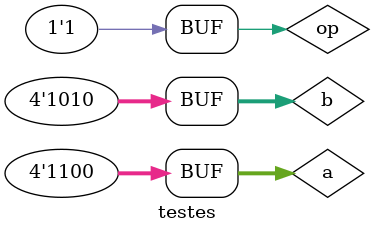
<source format=v>

module halfadder(s, c, a, b);
	input  a, b;//variaveis
	output s, c;//s = saida, c = cout
	
	xor XOR1 (s, a, b);
	and AND1 (c, a, b);
	
endmodule 

//soma-completa
module fulladder (s,cout,cin,a,b);
	input  cin, a, b;
	output s, cout;
	
	wire s10,s11,s21;
	
	halfadder HALF1 (s10,s11,a,b);
	halfadder HALF2 (s,s21,cin,s10);
	or 		 OR1   (cout,s11,s21);
	
endmodule

//compara se é igual
module equalcomp (s,op,a,b);
	input  	   op;
	input[3:0] a, b;
	
	output     s;
	
	wire x1,x2,x3,x4,
		 o1,
		 a1,a2,
		 n1,n2;
	
	xor (x1,a[0],b[0]);
	xor (x2,a[1],b[1]);
	xor (x3,a[2],b[2]);
	xor (x4,a[3],b[3]);
	
	or  (o1,x1,x2,x3,x4);
	
	not (n1,o1);
	not (n2,op);
	
	and (a1,n1,op);
	and (a2,n2,o1);
	
	or  (s,a1,a2);
endmodule

//ex01
module ex01 ( s, c, a, b, op );
	output c;
	input  op;
	
	output[4:0] s;
	input[3:0]  a, b;
	
	wire cout1,cout2,cout3,cout4;
	
	halfadder HALF1 (s[0],cout1,a[0],b[0]);
	fulladder FULL1 (s[1],cout2,cout1,a[1],b[1]);
	fulladder FULL2 (s[2],cout3,cout2,a[2],b[2]);
	fulladder FULL3 (s[3],s[4],cout3,a[2],b[2]);
	
	equalcomp EQUALCOMP (c,op,a,b);
	
endmodule

//Exercício 02
//meia-subtração normal
module halfsub (s, bout, a, b);
	input  a, b;
	output s, bout;
	
	wire s0, na;
	
	xor XOR1 (   s, a, b);
	not NOT1 (  na, a);
	and AND1 (bout,na, b);
	
endmodule

//subtração completa
module fullsub (s0, s1, bin, a, b);
	input  bin, a, b;
	output s0, s1;
	
	wire s2,
		 bout0, bout1;
	
	halfsub SUB1 (s2,bout0, a,  b);
	halfsub SUB2 (s0,bout1,s2,bin);
	or      OR1  (s1,bout0, bout1);

endmodule

//compara maior e menor
module comp (ab,ba,a,b);
	output ab,ba;
	input[3:0] a,b;
	
	wire na0,na1,na2,na3,nb0,nb1,nb2,nb3,
		 a1,a2,a3,a4,a5,a6,a7,a8,a9,a10,a11,a12,a13,a14,
		 no1,no2,no3,no4,
		 o1,o2;
	
	not NOT1 (na0,a[0]);
	not NOT2 (na1,a[1]);
	not NOT3 (na2,a[2]);
	not NOT4 (na3,a[3]);
	not NOT5 (nb0,b[0]);
	not NOT6 (nb1,b[1]);
	not NOT7 (nb2,b[2]);
	not NOT8 (nb3,b[3]);
	
	and AND1  (a1,na0,b0);
	and AND2  (a2,a0,nb0);
	and AND3  (a3,na1,b1);
	and AND4  (a4,a1,nb1);
	and AND5  (a5,na2,b2);
	and AND6  (a6,a2,nb2);
	and AND7  (a7,na3,b3);
	and AND8  (a8,a3,nb3);
	
	nor NOR1 (no1,a1,a2);
	nor NOR2 (no2,a3,a4);
	nor NOR3 (no3,a5,a6);
	nor NOR4 (no4,a7,a8);
	
	and AND9  ( a9,no1,a3);
	and AND10 (a10,na0,a4);
	and AND11 (a11,no2,no1,a5);
	and AND12 (a12,no2,no1,a6);
	and AND13 (a13,no3,no2,no1);
	and AND14 (a14,no3,no2,no1);
	
	or OR1 (ab,a14,a12,a10,a2);
	or OR2 (ba,a1,a9,a11,a13);

endmodule

module ex02 ( s, ab, ba, a, b );//ab = a > b e vice-versa
	output ab, ba;

	output[4:0] s;
	input[3:0]  a, b;
	
	wire out1,out2,out3;
	
	halfsub HALF1 (s[0],out1,a[0],b[0]);
	
	fullsub FULL1 (s[1],out2,out1,a[1],b[1]);
	fullsub FULL2 (s[2],out3,out2,a[2],b[2]);
	fullsub FULL3 (s[3],s[4],out3,a[3],b[3]);
	
	comp COMP1 (ab,ba,a,b);
	
endmodule

//Exercício 03
//mostra carry e overflow
module carryover ( c, o, a, b );
	input[3:0] a, b;
	output c, o;
	
	wire[4:0] s;
	
	halfadder HALF1 (s[0],cout1,a[0],b[0]);
	fulladder FULL1 (s[1],cout2,cout1,a[1],b[1]);
	fulladder FULL2 (s[2],cout3,cout2,a[2],b[2]);
	fulladder FULL3 (s[3],s[4],cout3,a[2],b[2]);
	
	wire n;
	
	or  OR1  (o,cout1,cout2,cout3,s[4]);
	
	not NOT1 (n,s[2]);
	and AND1 (o,n,s[4]);
endmodule

//mostra se é zero ou não
module zero ( z, a );
	output z;
	input[3:0] a;
	
	nor NOR1 ( z, a[0],a[1],a[2],a[3]);
endmodule

//módulo do ex03
module ex03 ( z, c, o, a, b );
	input[3:0] a, b;
	output z, c, o;
	
	wire z1,z2;
	
	zero ZERO1 (z1, a);
	zero ZERO2 (z2, b);
	
	and AND1 (z,z1,z2);
	
	carryover CARRYOVER ( c, o, a, b );

endmodule

//módulo de teste
module testes;

	reg[3:0] a, b;
	reg op;
	
	wire c1,
		 ab, ba,
		 z, c2, o;
	
	wire[4:0] s1,s2;
	
	ex01 EX1 ( s1, c, a, b, op );
	ex02 EX2 ( s2, ab, ba, a, b );
	ex03 EX3 ( z, c, o, a, b );

	initial begin
		#1 $display("ULA completa");
		   a = 5; b = 4; op = 0;
		#1 $monitor("a = %4b e b = %4b // soma: %5b, op: %b igual: %b // subtracao: %5b, a<b: %b, a>b %b // zero: %b, carry: %b, overflow: %b",a, b,s1,op,c1,s2,ab,ba,z,c2,o);
		#1 a = 2; b = 3; op = 0;
		#1 a = -2; b = 3; op = 1;
		#1 a = -6; b = -13; op = 1;
		#1 a = 12; b = 10; op = 1;
	end
endmodule

</source>
